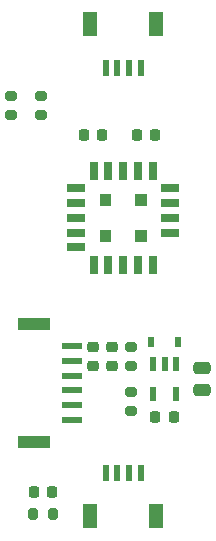
<source format=gtp>
%TF.GenerationSoftware,KiCad,Pcbnew,7.0.6*%
%TF.CreationDate,2024-01-20T21:08:05-07:00*%
%TF.ProjectId,SparkFun_AirQuality_Combo,53706172-6b46-4756-9e5f-416972517561,rev?*%
%TF.SameCoordinates,Original*%
%TF.FileFunction,Paste,Top*%
%TF.FilePolarity,Positive*%
%FSLAX46Y46*%
G04 Gerber Fmt 4.6, Leading zero omitted, Abs format (unit mm)*
G04 Created by KiCad (PCBNEW 7.0.6) date 2024-01-20 21:08:05*
%MOMM*%
%LPD*%
G01*
G04 APERTURE LIST*
G04 Aperture macros list*
%AMRoundRect*
0 Rectangle with rounded corners*
0 $1 Rounding radius*
0 $2 $3 $4 $5 $6 $7 $8 $9 X,Y pos of 4 corners*
0 Add a 4 corners polygon primitive as box body*
4,1,4,$2,$3,$4,$5,$6,$7,$8,$9,$2,$3,0*
0 Add four circle primitives for the rounded corners*
1,1,$1+$1,$2,$3*
1,1,$1+$1,$4,$5*
1,1,$1+$1,$6,$7*
1,1,$1+$1,$8,$9*
0 Add four rect primitives between the rounded corners*
20,1,$1+$1,$2,$3,$4,$5,0*
20,1,$1+$1,$4,$5,$6,$7,0*
20,1,$1+$1,$6,$7,$8,$9,0*
20,1,$1+$1,$8,$9,$2,$3,0*%
G04 Aperture macros list end*
%ADD10R,0.630000X0.830000*%
%ADD11R,1.700000X0.600000*%
%ADD12R,2.700000X1.000000*%
%ADD13R,0.550000X1.200000*%
%ADD14RoundRect,0.225000X-0.225000X-0.250000X0.225000X-0.250000X0.225000X0.250000X-0.225000X0.250000X0*%
%ADD15RoundRect,0.218750X-0.218750X-0.256250X0.218750X-0.256250X0.218750X0.256250X-0.218750X0.256250X0*%
%ADD16RoundRect,0.250000X0.475000X-0.250000X0.475000X0.250000X-0.475000X0.250000X-0.475000X-0.250000X0*%
%ADD17R,0.600000X1.350000*%
%ADD18R,1.200000X2.000000*%
%ADD19RoundRect,0.200000X0.275000X-0.200000X0.275000X0.200000X-0.275000X0.200000X-0.275000X-0.200000X0*%
%ADD20RoundRect,0.225000X-0.250000X0.225000X-0.250000X-0.225000X0.250000X-0.225000X0.250000X0.225000X0*%
%ADD21RoundRect,0.200000X-0.275000X0.200000X-0.275000X-0.200000X0.275000X-0.200000X0.275000X0.200000X0*%
%ADD22RoundRect,0.200000X-0.200000X-0.275000X0.200000X-0.275000X0.200000X0.275000X-0.200000X0.275000X0*%
%ADD23R,1.500000X0.800000*%
%ADD24R,0.800000X1.500000*%
%ADD25RoundRect,0.225000X0.225000X0.250000X-0.225000X0.250000X-0.225000X-0.250000X0.225000X-0.250000X0*%
G04 APERTURE END LIST*
%TO.C,U3*%
G36*
X75660000Y24670000D02*
G01*
X74660000Y24670000D01*
X74660000Y25670000D01*
X75660000Y25670000D01*
X75660000Y24670000D01*
G37*
G36*
X75660000Y27670000D02*
G01*
X74660000Y27670000D01*
X74660000Y28670000D01*
X75660000Y28670000D01*
X75660000Y27670000D01*
G37*
G36*
X72660000Y24670000D02*
G01*
X71660000Y24670000D01*
X71660000Y25670000D01*
X72660000Y25670000D01*
X72660000Y24670000D01*
G37*
G36*
X72660000Y27670000D02*
G01*
X71660000Y27670000D01*
X71660000Y28670000D01*
X72660000Y28670000D01*
X72660000Y27670000D01*
G37*
%TD*%
D10*
%TO.C,D2*%
X78302500Y16192500D03*
X76002500Y16192500D03*
%TD*%
D11*
%TO.C,U1*%
X69340000Y15825000D03*
X69340000Y14575000D03*
X69340000Y13325000D03*
X69340000Y12075000D03*
X69340000Y10825000D03*
X69340000Y9575000D03*
D12*
X66140000Y7725000D03*
X66140000Y17675000D03*
%TD*%
D13*
%TO.C,U5*%
X78102500Y14317600D03*
X77152500Y14317600D03*
X76202500Y14317600D03*
X76202500Y11717400D03*
X78102500Y11717400D03*
%TD*%
D14*
%TO.C,C4*%
X74790000Y33655000D03*
X76340000Y33655000D03*
%TD*%
D15*
%TO.C,D1*%
X66090700Y3492500D03*
X67665700Y3492500D03*
%TD*%
D16*
%TO.C,L2*%
X80327500Y12067500D03*
X80327500Y13967500D03*
%TD*%
D17*
%TO.C,J1*%
X72160000Y5080000D03*
X73160000Y5080000D03*
X74160000Y5080000D03*
X75160000Y5080000D03*
D18*
X76460000Y1405000D03*
X70860000Y1405000D03*
%TD*%
D17*
%TO.C,J2*%
X75160000Y39370000D03*
X74160000Y39370000D03*
X73160000Y39370000D03*
X72160000Y39370000D03*
D18*
X70860000Y43045000D03*
X76460000Y43045000D03*
%TD*%
D19*
%TO.C,R2*%
X64135000Y35370000D03*
X64135000Y37020000D03*
%TD*%
D20*
%TO.C,C9*%
X72707500Y15697500D03*
X72707500Y14147500D03*
%TD*%
D21*
%TO.C,R6*%
X74295000Y11937500D03*
X74295000Y10287500D03*
%TD*%
D22*
%TO.C,R3*%
X66053200Y1587500D03*
X67703200Y1587500D03*
%TD*%
D23*
%TO.C,U3*%
X77660000Y25420000D03*
X77660000Y26670000D03*
X77660000Y27920000D03*
X77660000Y29170000D03*
D24*
X76160000Y30670000D03*
X74910000Y30670000D03*
X73660000Y30670000D03*
X72410000Y30670000D03*
X71160000Y30670000D03*
D23*
X69660000Y29170000D03*
X69660000Y27920000D03*
X69660000Y26670000D03*
X69660000Y25420000D03*
X69660000Y24170000D03*
D24*
X71160000Y22670000D03*
X72410000Y22670000D03*
X73660000Y22670000D03*
X74910000Y22670000D03*
X76160000Y22670000D03*
%TD*%
D19*
%TO.C,R1*%
X66675000Y35370000D03*
X66675000Y37020000D03*
%TD*%
D25*
%TO.C,C3*%
X71895000Y33655000D03*
X70345000Y33655000D03*
%TD*%
D21*
%TO.C,R5*%
X74295000Y15747500D03*
X74295000Y14097500D03*
%TD*%
D20*
%TO.C,C5*%
X71120000Y15697500D03*
X71120000Y14147500D03*
%TD*%
D25*
%TO.C,C7*%
X77927500Y9842500D03*
X76377500Y9842500D03*
%TD*%
M02*

</source>
